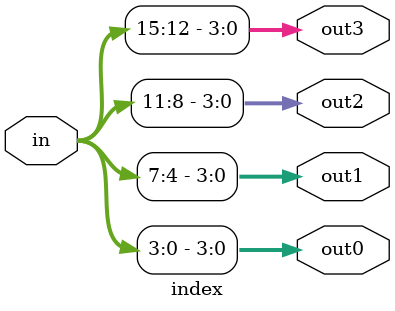
<source format=v>
module index(
    input wire [15:0] in,
    output wire [3:0] out0,
    output wire [3:0] out1,
    output wire [3:0] out2,
    output wire [3:0] out3
);

assign out0 = in[3:0];
assign out1 = in[7:4];
assign out2 = in[11:8];
assign out3 = in[15:12];

endmodule
</source>
